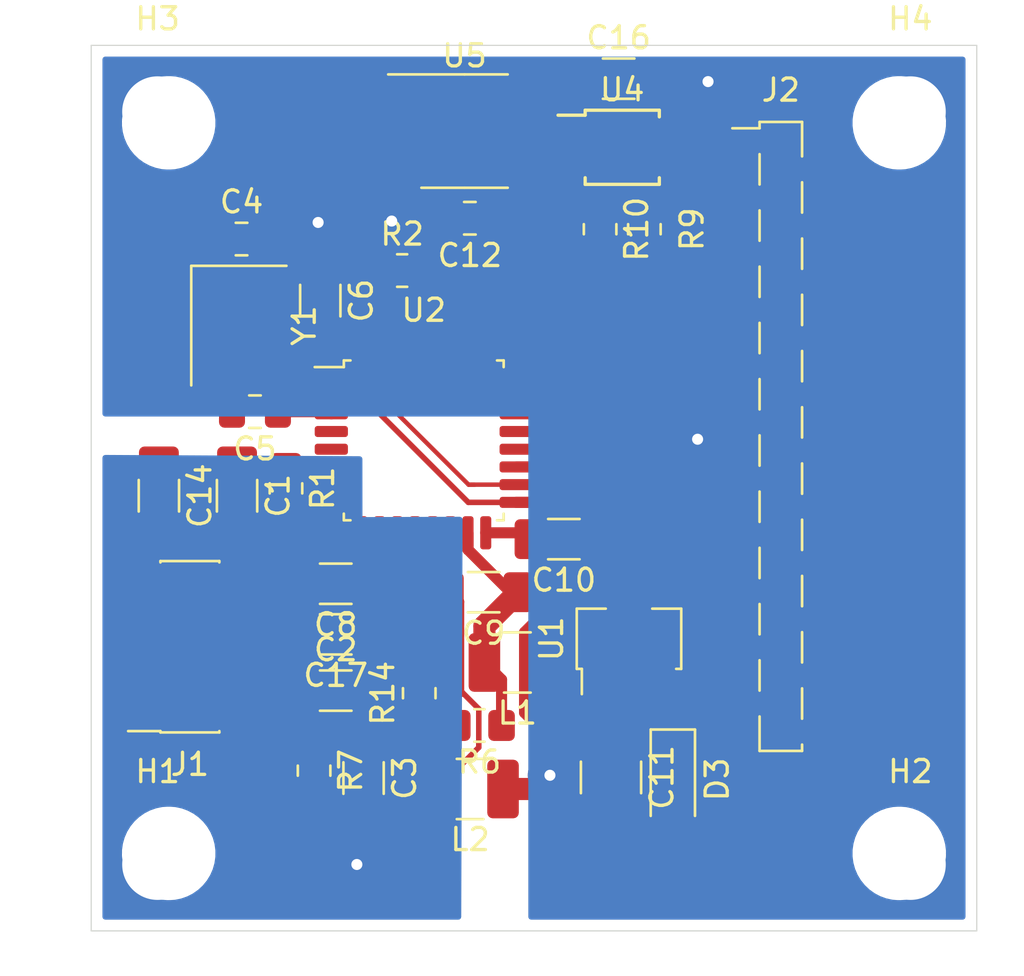
<source format=kicad_pcb>
(kicad_pcb (version 20211014) (generator pcbnew)

  (general
    (thickness 1.6)
  )

  (paper "A4")
  (layers
    (0 "F.Cu" signal)
    (31 "B.Cu" signal)
    (32 "B.Adhes" user "B.Adhesive")
    (33 "F.Adhes" user "F.Adhesive")
    (34 "B.Paste" user)
    (35 "F.Paste" user)
    (36 "B.SilkS" user "B.Silkscreen")
    (37 "F.SilkS" user "F.Silkscreen")
    (38 "B.Mask" user)
    (39 "F.Mask" user)
    (40 "Dwgs.User" user "User.Drawings")
    (41 "Cmts.User" user "User.Comments")
    (42 "Eco1.User" user "User.Eco1")
    (43 "Eco2.User" user "User.Eco2")
    (44 "Edge.Cuts" user)
    (45 "Margin" user)
    (46 "B.CrtYd" user "B.Courtyard")
    (47 "F.CrtYd" user "F.Courtyard")
    (48 "B.Fab" user)
    (49 "F.Fab" user)
  )

  (setup
    (stackup
      (layer "F.SilkS" (type "Top Silk Screen"))
      (layer "F.Paste" (type "Top Solder Paste"))
      (layer "F.Mask" (type "Top Solder Mask") (thickness 0.01))
      (layer "F.Cu" (type "copper") (thickness 0.035))
      (layer "dielectric 1" (type "core") (thickness 1.51) (material "FR4") (epsilon_r 4.5) (loss_tangent 0.02))
      (layer "B.Cu" (type "copper") (thickness 0.035))
      (layer "B.Mask" (type "Bottom Solder Mask") (thickness 0.01))
      (layer "B.Paste" (type "Bottom Solder Paste"))
      (layer "B.SilkS" (type "Bottom Silk Screen"))
      (copper_finish "None")
      (dielectric_constraints no)
    )
    (pad_to_mask_clearance 0)
    (grid_origin 110.25 76.25)
    (pcbplotparams
      (layerselection 0x00010fc_ffffffff)
      (disableapertmacros false)
      (usegerberextensions false)
      (usegerberattributes true)
      (usegerberadvancedattributes true)
      (creategerberjobfile true)
      (svguseinch false)
      (svgprecision 6)
      (excludeedgelayer true)
      (plotframeref false)
      (viasonmask false)
      (mode 1)
      (useauxorigin false)
      (hpglpennumber 1)
      (hpglpenspeed 20)
      (hpglpendiameter 15.000000)
      (dxfpolygonmode true)
      (dxfimperialunits true)
      (dxfusepcbnewfont true)
      (psnegative false)
      (psa4output false)
      (plotreference true)
      (plotvalue true)
      (plotinvisibletext false)
      (sketchpadsonfab false)
      (subtractmaskfromsilk false)
      (outputformat 1)
      (mirror false)
      (drillshape 1)
      (scaleselection 1)
      (outputdirectory "")
    )
  )

  (net 0 "")
  (net 1 "GND")
  (net 2 "Net-(C4-Pad1)")
  (net 3 "Net-(C5-Pad1)")
  (net 4 "+3V3")
  (net 5 "Net-(C8-Pad1)")
  (net 6 "Net-(C12-Pad2)")
  (net 7 "Net-(C12-Pad1)")
  (net 8 "Net-(C14-Pad1)")
  (net 9 "GNDA")
  (net 10 "+3.3VA")
  (net 11 "Net-(C17-Pad2)")
  (net 12 "unconnected-(U2-Pad4)")
  (net 13 "unconnected-(U2-Pad5)")
  (net 14 "unconnected-(U2-Pad7)")
  (net 15 "unconnected-(U4-Pad3)")
  (net 16 "unconnected-(U5-Pad1)")
  (net 17 "unconnected-(U5-Pad2)")
  (net 18 "unconnected-(U5-Pad3)")
  (net 19 "unconnected-(U5-Pad7)")
  (net 20 "Net-(C1-Pad1)")
  (net 21 "Net-(C2-Pad2)")
  (net 22 "Net-(C1-Pad2)")
  (net 23 "Net-(C2-Pad1)")
  (net 24 "Net-(C17-Pad1)")
  (net 25 "Net-(D3-Pad1)")
  (net 26 "Net-(D3-Pad2)")
  (net 27 "Net-(C8-Pad2)")
  (net 28 "Net-(J2-Pad2)")
  (net 29 "Net-(J2-Pad3)")
  (net 30 "Net-(J2-Pad4)")
  (net 31 "Net-(J2-Pad5)")
  (net 32 "Net-(J2-Pad6)")
  (net 33 "Net-(J2-Pad7)")
  (net 34 "Net-(J2-Pad8)")
  (net 35 "Net-(J2-Pad9)")
  (net 36 "Net-(J2-Pad10)")
  (net 37 "Net-(J2-Pad13)")
  (net 38 "Net-(J2-Pad14)")
  (net 39 "Net-(J2-Pad15)")
  (net 40 "Net-(J2-Pad16)")
  (net 41 "Net-(J2-Pad17)")
  (net 42 "Net-(J2-Pad18)")
  (net 43 "Net-(R2-Pad2)")
  (net 44 "Net-(J1-Pad2)")
  (net 45 "Net-(J1-Pad6)")

  (footprint "Capacitor_SMD:C_0805_2012Metric_Pad1.18x1.45mm_HandSolder" (layer "F.Cu") (at 20.0414 21.9996))

  (footprint "Capacitor_SMD:C_0805_2012Metric_Pad1.18x1.45mm_HandSolder" (layer "F.Cu") (at 20.6471 29.7974 180))

  (footprint "Capacitor_SMD:C_1206_3216Metric_Pad1.33x1.80mm_HandSolder" (layer "F.Cu") (at 23.5974 24.7813 -90))

  (footprint "Capacitor_SMD:C_1206_3216Metric_Pad1.33x1.80mm_HandSolder" (layer "F.Cu") (at 34.5995 35.5548 180))

  (footprint "Resistor_SMD:R_0805_2012Metric_Pad1.20x1.40mm_HandSolder" (layer "F.Cu") (at 23.318 46.012 -90))

  (footprint "Package_QFP:LQFP-32_7x7mm_P0.8mm" (layer "F.Cu") (at 28.271 31.0928))

  (footprint "Inductor_SMD:L_1210_3225Metric_Pad1.42x2.65mm_HandSolder" (layer "F.Cu") (at 32.4985 41.1258 180))

  (footprint "Capacitor_SMD:C_1206_3216Metric_Pad1.33x1.80mm_HandSolder" (layer "F.Cu") (at 16.3076 33.5943 -90))

  (footprint "Inductor_SMD:L_1210_3225Metric_Pad1.42x2.65mm_HandSolder" (layer "F.Cu") (at 30.3649 46.8408 180))

  (footprint "Capacitor_SMD:C_1206_3216Metric_Pad1.33x1.80mm_HandSolder" (layer "F.Cu") (at 30.9765 37.9508 180))

  (footprint "Capacitor_SMD:C_1210_3225Metric_Pad1.33x2.70mm_HandSolder" (layer "F.Cu") (at 36.7292 46.3173 -90))

  (footprint "Connector_PinSocket_1.27mm:PinSocket_2x06_P1.27mm_Vertical_SMD" (layer "F.Cu") (at 17.708 40.4146 180))

  (footprint "Capacitor_SMD:C_1206_3216Metric_Pad1.33x1.80mm_HandSolder" (layer "F.Cu") (at 24.2955 37.5698 180))

  (footprint "Diode_SMD:D_SOD-123" (layer "F.Cu") (at 39.5232 46.4048 -90))

  (footprint "Capacitor_SMD:C_1206_3216Metric_Pad1.33x1.80mm_HandSolder" (layer "F.Cu") (at 24.2955 39.8558 180))

  (footprint "Resistor_SMD:R_0805_2012Metric_Pad1.20x1.40mm_HandSolder" (layer "F.Cu") (at 30.7856 43.9706 180))

  (footprint "Resistor_SMD:R_0805_2012Metric_Pad1.20x1.40mm_HandSolder" (layer "F.Cu") (at 28.0678 42.5134 90))

  (footprint "Resistor_SMD:R_0805_2012Metric_Pad1.20x1.40mm_HandSolder" (layer "F.Cu") (at 36.237 21.5548 -90))

  (footprint "Capacitor_SMD:C_0805_2012Metric_Pad1.18x1.45mm_HandSolder" (layer "F.Cu") (at 30.3538 21.0598 180))

  (footprint "Resistor_SMD:R_0805_2012Metric_Pad1.20x1.40mm_HandSolder" (layer "F.Cu") (at 38.237 21.5548 -90))

  (footprint "Package_SO:SOIC-8_3.9x4.9mm_P1.27mm" (layer "F.Cu") (at 30.114 17.1228))

  (footprint "Package_SO:MSOP-10_3x3mm_P0.5mm" (layer "F.Cu") (at 37.237 17.8548))

  (footprint "Capacitor_SMD:C_1206_3216Metric_Pad1.33x1.80mm_HandSolder" (layer "F.Cu") (at 37.0745 14.7548))

  (footprint "Crystal:Crystal_SMD_SeikoEpson_TSX3225-4Pin_3.2x2.5mm_HandSoldering" (layer "F.Cu") (at 19.9191 25.909 -90))

  (footprint "MountingHole:MountingHole_3.2mm_M3" (layer "F.Cu") (at 50.25 16.25))

  (footprint "MountingHole:MountingHole_3.2mm_M3" (layer "F.Cu") (at 16.25 16.25))

  (footprint "MountingHole:MountingHole_3.2mm_M3" (layer "F.Cu") (at 50.25 50.25))

  (footprint "Capacitor_SMD:C_1206_3216Metric_Pad1.33x1.80mm_HandSolder" (layer "F.Cu") (at 19.8382 33.5951 -90))

  (footprint "Capacitor_SMD:C_1206_3216Metric_Pad1.33x1.80mm_HandSolder" (layer "F.Cu") (at 25.5532 46.3459 -90))

  (footprint "Resistor_SMD:R_0805_2012Metric_Pad1.20x1.40mm_HandSolder" (layer "F.Cu") (at 22.048 33.2612 -90))

  (footprint "Package_TO_SOT_SMD:SOT-89-3_Handsoldering" (layer "F.Cu") (at 37.542 40.3548 90))

  (footprint "Resistor_SMD:R_0805_2012Metric_Pad1.20x1.40mm_HandSolder" (layer "F.Cu") (at 27.2964 23.422))

  (footprint "MountingHole:MountingHole_3.2mm_M3" (layer "F.Cu") (at 16.25 50.25))

  (footprint "Capacitor_SMD:C_1206_3216Metric_Pad1.33x1.80mm_HandSolder" (layer "F.Cu") (at 24.2955 42.3958))

  (footprint "Connector_PinSocket_1.27mm:PinSocket_1x22_P1.27mm_Vertical_SMD_Pin1Left" (layer "F.Cu") (at 44.4 30.915))

  (gr_line (start 53.25 53.25) (end 13.25 53.25) (layer "Edge.Cuts") (width 0.05) (tstamp 165f4d8d-26a9-4cf2-a8d6-9936cd983be4))
  (gr_line (start 53.25 13.25) (end 53.25 53.25) (layer "Edge.Cuts") (width 0.05) (tstamp 7008b598-81b0-48d4-bf7e-761a5556dc54))
  (gr_line (start 13.25 53.25) (end 13.25 13.25) (layer "Edge.Cuts") (width 0.05) (tstamp 92a23ed4-a5ea-4cea-bc33-0a83191a0d32))
  (gr_line (start 53.25 13.25) (end 13.25 13.25) (layer "Edge.Cuts") (width 0.05) (tstamp d51ca788-433c-462b-af29-64a6c2e3da94))

  (segment (start 23.5974 23.2188) (end 23.5974 21.136) (width 0.5) (layer "F.Cu") (net 1) (tstamp 00d2c618-4292-4f2f-991b-ba7c659af83f))
  (segment (start 31.8524 46.8408) (end 33.351 46.8408) (width 1) (layer "F.Cu") (net 1) (tstamp 0488a16d-b1a2-481a-a027-9b5ab90c3f00))
  (segment (start 41.3012 15.8312) (end 43.05 17.58) (width 1) (layer "F.Cu") (net 1) (tstamp 0492ac92-952e-4528-a437-657ce80c4bf2))
  (segment (start 41.3012 14.8876) (end 41.1124 14.8876) (width 1) (layer "F.Cu") (net 1) (tstamp 07edb938-b33c-46e3-8454-8e1cd4282875))
  (segment (start 38.637 16.155778) (end 38.442978 16.3498) (width 0.5) (layer "F.Cu") (net 1) (tstamp 0ac0672b-4ab3-4db9-a4e8-a9989dc612dc))
  (segment (start 43.05 43.677022) (end 40.546622 46.1804) (width 1) (layer "F.Cu") (net 1) (tstamp 0dc620af-c922-4d50-abbb-a48fc0eddb6b))
  (segment (start 26.2964 25.140637) (end 26.2964 23.422) (width 0.5) (layer "F.Cu") (net 1) (tstamp 147e001d-a395-44ab-af57-3f5389067c94))
  (segment (start 17.519589 21.682141) (end 18.37665 20.82508) (width 0.5) (layer "F.Cu") (net 1) (tstamp 1bf4f8db-568a-4c7c-a9b7-7f94ba0e2ec1))
  (segment (start 43.05 42.98) (end 43.05 43.677022) (width 1) (layer "F.Cu") (net 1) (tstamp 1cd31147-141a-4208-877f-1fc358e9bf62))
  (segment (start 33.037 35.5548) (end 33.65102 36.16882) (width 0.5) (layer "F.Cu") (net 1) (tstamp 1d11ff4c-5334-447e-9219-a0ae37faedf6))
  (segment (start 40.6408 31.042) (end 42.6982 31.042) (width 1) (layer "F.Cu") (net 1) (tstamp 1e9a0ce0-ff56-4faf-98aa-f459ef97db19))
  (segment (start 32.82398 43.39278) (end 34.0114 44.5802) (width 0.5) (layer "F.Cu") (net 1) (tstamp 27b256ed-59f6-46c1-adc1-193d87e6f685))
  (segment (start 32.82398 39.76105) (end 32.82398 43.39278) (width 0.5) (layer "F.Cu") (net 1) (tstamp 28fa868a-3438-4edc-9924-85b7f20d11b9))
  (segment (start 33.9709 46.2209) (end 34.0114 46.1804) (width 1) (layer "F.Cu") (net 1) (tstamp 2bfe76ff-8bd6-45f0-ac09-ed4154fb303d))
  (segment (start 33.65102 38.93401) (end 32.82398 39.76105) (width 0.5) (layer "F.Cu") (net 1) (tstamp 2df1d466-859e-4576-b143-6543b4dcc7fc))
  (segment (start 25.7056 19.0278) (end 27.639 19.0278) (width 0.5) (layer "F.Cu") (net 1) (tstamp 37c4e041-12e2-4b94-9300-3a64f46e29e4))
  (segment (start 41.3012 14.8876) (end 41.3012 15.8312) (width 1) (layer "F.Cu") (net 1) (tstamp 3da816bc-d72a-4129-9fb2-3ba9894780bf))
  (segment (start 33.351 46.8408) (end 33.9709 46.2209) (width 1) (layer "F.Cu") (net 1) (tstamp 44efc32a-ba89-4e54-81ea-3990ff672f7b))
  (segment (start 38.442978 16.3498) (end 38.412489 16.380289) (width 0.25) (layer "F.Cu") (net 1) (tstamp 4606e9df-3519-42e8-84a8-b29b9720bbf2))
  (segment (start 21.0066 24.459) (end 21.0066 22.0719) (width 0.5) (layer "F.Cu") (net 1) (tstamp 49c3cad7-e302-4e97-a5c0-ae9e29388b45))
  (segment (start 21.0789 21.9996) (end 22.7338 21.9996) (width 0.5) (layer "F.Cu") (net 1) (tstamp 4a5c8190-a2eb-4dc1-93af-e3717bf146f1))
  (segment (start 25.471 26.9178) (end 25.471 25.966037) (width 0.5) (layer "F.Cu") (net 1) (tstamp 4d103589-cce0-4fa4-b9fd-0266667ba5e7))
  (segment (start 44.48 42.98) (end 45.75 41.71) (width 1) (layer "F.Cu") (net 1) (tstamp 4fc19362-ead1-43c9-864e-c345502a3d15))
  (segment (start 21.0066 22.0719) (end 21.0789 21.9996) (width 0.5) (layer "F.Cu") (net 1) (tstamp 5174b154-adba-44df-b442-e99b34ac189f))
  (segment (start 32.75 35.2678) (end 33.037 35.5548) (width 0.5) (layer "F.Cu") (net 1) (tstamp 66d9bace-f3cf-4a95-b3af-7de36e53d8a0))
  (segment (start 26.2964 21.7136) (end 26.8232 21.1868) (width 0.5) (layer "F.Cu") (net 1) (tstamp 66e8d350-6bd7-486c-a5dd-38aa922ba720))
  (segment (start 31.071 35.2678) (end 32.75 35.2678) (width 0.5) (layer "F.Cu") (net 1) (tstamp 6b935ef5-ce74-45ab-a587-7af853653621))
  (segment (start 25.471 25.966037) (end 26.2964 25.140637) (width 0.5) (layer "F.Cu") (net 1) (tstamp 6c70cc99-32e0-458a-a6cd-6b4751689094))
  (segment (start 33.65102 36.16882) (end 33.65102 38.93401) (width 0.5) (layer "F.Cu") (net 1) (tstamp 6cf03d9f-c9be-4191-828a-92c738797412))
  (segment (start 18.8316 27.359) (end 18.8316 29.0194) (width 0.5) (layer "F.Cu") (net 1) (tstamp 6dcf25bf-9dfa-47cb-a4fc-696b3ddeece8))
  (segment (start 34.0114 44.5802) (end 34.0114 46.1804) (width 0.5) (layer "F.Cu") (net 1) (tstamp 7d96d093-c667-4b56-bd73-cc24d39bfa58))
  (segment (start 42.6982 31.042) (end 43.05 30.6902) (width 1) (layer "F.Cu") (net 1) (tstamp 8f5dcfd1-ee73-4b4a-8a82-bfccdab6b620))
  (segment (start 38.437978 17.8548) (end 39.437 17.8548) (width 0.25) (layer "F.Cu") (net 1) (tstamp 996308a4-8c2c-4430-b737-9d9ad396fa27))
  (segment (start 43.05 30.6902) (end 43.05 30.455009) (width 1) (layer "F.Cu") (net 1) (tstamp 9fc70c29-6e40-46a1-a655-7756e75cc322))
  (segment (start 18.8316 29.0194) (end 19.6096 29.7974) (width 0.5) (layer "F.Cu") (net 1) (tstamp aa3b32f6-372a-473e-a080-cb8f134aaeff))
  (segment (start 38.412489 16.380289) (end 38.412489 17.829311) (width 0.25) (layer "F.Cu") (net 1) (tstamp b9e3a516-6778-414c-918d-583f114cbe6c))
  (segment (start 35.7108 47.8798) (end 34.0114 46.1804) (width 1) (layer "F.Cu") (net 1) (tstamp be9a8780-7a6e-4e47-a28d-1ce1396c383a))
  (segment (start 38.7698 14.8876) (end 38.637 14.7548) (width 1) (layer "F.Cu") (net 1) (tstamp c43011ff-1f0e-4549-b382-ef477409d4fa))
  (segment (start 17.519589 26.046989) (end 17.519589 21.682141) (width 0.5) (layer "F.Cu") (net 1) (tstamp c59536d4-848d-456b-a537-7a9d2378dfb9))
  (segment (start 43.05 42.98) (end 44.48 42.98) (width 1) (layer "F.Cu") (net 1) (tstamp c9789b4c-cc81-459b-b9d0-f302a21ecbc2))
  (segment (start 26.2964 23.422) (end 26.2964 21.7136) (width 0.5) (layer "F.Cu") (net 1) (tstamp cea2dc83-9c96-4ebc-89dd-2eb3c6899f2b))
  (segment (start 36.7292 47.8798) (end 35.7108 47.8798) (width 1) (layer "F.Cu") (net 1) (tstamp d0df4110-dd02-4909-9203-30c76f427fd3))
  (segment (start 18.37665 20.82508) (end 19.90438 20.82508) (width 0.5) (layer "F.Cu") (net 1) (tstamp d2432d19-a86f-48d5-926d-7557431f2893))
  (segment (start 23.5974 21.136) (end 25.7056 19.0278) (width 0.5) (layer "F.Cu") (net 1) (tstamp d9eb8dea-e065-466e-b8f3-cc73f246e68d))
  (segment (start 22.7338 21.9996) (end 23.5974 21.136) (width 0.5) (layer "F.Cu") (net 1) (tstamp dee79fa6-e925-4518-b626-ca6a6ef9eb7c))
  (segment (start 41.1124 14.8876) (end 38.7698 14.8876) (width 1) (layer "F.Cu") (net 1) (tstamp e252c7ca-4462-494a-9c1b-cba2928f3442))
  (segment (start 34.0114 44.5354) (end 34.0114 46.1804) (width 1) (layer "F.Cu") (net 1) (tstamp e7c309a5-0150-4915-b087-b0b9140f3c34))
  (segment (start 36.042 42.5048) (end 34.0114 44.5354) (width 1) (layer "F.Cu") (net 1) (tstamp e878f44d-f3c4-412a-836b-8a1b80685af8))
  (segment (start 40.546622 46.1804) (end 34.0114 46.1804) (width 1) (layer "F.Cu") (net 1) (tstamp e8ce4ede-a431-460e-919c-50b28c3b98fd))
  (segment (start 38.412489 17.829311) (end 38.437978 17.8548) (width 0.25) (layer "F.Cu") (net 1) (tstamp f2dc4140-e59a-4983-8c9a-382268db62db))
  (segment (start 19.90438 20.82508) (end 21.0789 21.9996) (width 0.5) (layer "F.Cu") (net 1) (tstamp f9cad086-0883-449a-8cf7-36954bfe38e2))
  (segment (start 38.637 14.7548) (end 38.637 16.155778) (width 0.5) (layer "F.Cu") (net 1) (tstamp fa352e6b-f680-4992-b0af-9889daf5714c))
  (segment (start 18.8316 27.359) (end 17.519589 26.046989) (width 0.5) (layer "F.Cu") (net 1) (tstamp fe53ff00-fe66-4b50-8de1-6fad519d44a1))
  (via (at 41.1124 14.8876) (size 2) (drill 0.5) (layers "F.Cu" "B.Cu") (net 1) (tstamp 298fcb36-9ecc-429c-be46-fcc582943988))
  (via (at 40.6408 31.042) (size 2) (drill 0.5) (layers "F.Cu" "B.Cu") (net 1) (tstamp 39f2ad69-3ca1-48d4-b781-0b715269bf2a))
  (via (at 33.9709 46.2209) (size 2) (drill 0.5) (layers "F.Cu" "B.Cu") (net 1) (tstamp 43e861a3-9d0b-4b1d-9301-3668b6a64aa9))
  (via (at 26.8232 21.1868) (size 2) (drill 0.5) (layers "F.Cu" "B.Cu") (net 1) (tstamp af0cb63d-075f-4ad8-8d6f-edef761b53e7))
  (via (at 23.5 21.25) (size 2) (drill 0.5) (layers "F.Cu" "B.Cu") (free) (net 1) (tstamp d44b7d2f-cb0e-44d7-b540-08854f08275e))
  (segment (start 18.8316 24.845522) (end 18.8316 24.459) (width 0.25) (layer "F.Cu") (net 2) (tstamp 057ebf0b-ea35-4870-9efe-7ee1dcf6ac90))
  (segment (start 19.0039 21.9996) (end 19.0039 24.2867) (width 0.5) (layer "F.Cu") (net 2) (tstamp 07ef6eaf-11d5-4bb3-bb6c-31e6f4b5325c))
  (segment (start 19.0039 24.2867) (end 18.8316 24.459) (width 0.5) (layer "F.Cu") (net 2) (tstamp 46dba048-a870-4045-8428-bebbab7efe62))
  (segment (start 22.193611 25.833511) (end 19.819589 25.833511) (width 0.25) (layer "F.Cu") (net 2) (tstamp 80c48c86-83dd-49bc-96f4-2418cb2629fa))
  (segment (start 24.096 29.0928) (end 23.510283 29.0928) (width 0.25) (layer "F.Cu") (net 2) (tstamp 8e11b39b-3d8c-4ced-b493-db7cef237aa9))
  (segment (start 19.819589 25.833511) (end 18.8316 24.845522) (width 0.25) (layer "F.Cu") (net 2) (tstamp c4361b52-7941-4891-9f72-82469bb4dfda))
  (segment (start 23.510283 29.0928) (end 22.193611 27.776128) (width 0.25) (layer "F.Cu") (net 2) (tstamp f7d54995-1c76-4961-8caa-a4c02a716a5f))
  (segment (start 22.193611 27.776128) (end 22.193611 25.833511) (width 0.25) (layer "F.Cu") (net 2) (tstamp fcef49b7-6dd2-477a-9bfa-7132815b7457))
  (segment (start 24.0006 29.7974) (end 24.096 29.8928) (width 0.5) (layer "F.Cu") (net 3) (tstamp 024a0d7d-43c4-416b-8a5b-e1618b4f335f))
  (segment (start 21.0066 27.359) (end 21.0066 29.1194) (width 0.5) (layer "F.Cu") (net 3) (tstamp 54e05b39-d2df-43fc-a478-d972a5b4786c))
  (segment (start 21.0066 29.1194) (end 21.6846 29.7974) (width 0.5) (layer "F.Cu") (net 3) (tstamp 9b2f0ece-462f-45a7-a936-adf52dc548c2))
  (segment (start 21.6846 29.7974) (end 24.0006 29.7974) (width 0.5) (layer "F.Cu") (net 3) (tstamp d2223c9d-6b6b-43d3-b88b-0437772be5dc))
  (segment (start 34.075511 40.655289) (end 37.191511 40.655289) (width 1) (layer "F.Cu") (net 4) (tstamp 03e1c348-a252-49ce-b0f3-aebab39b7732))
  (segment (start 23.5974 27.7942) (end 24.096 28.2928) (width 0.5) (layer "F.Cu") (net 4) (tstamp 057fcaf3-edc9-4fff-97d8-16886360d43f))
  (segment (start 41.210489 22.010489) (end 39.7548 20.5548) (width 0.25) (layer "F.Cu") (net 4) (tstamp 264c66e4-a5c1-4a45-b1e3-eaf9d56ca451))
  (segment (start 24.096 28.2928) (end 24.682412 28.2928) (width 0.25) (layer "F.Cu") (net 4) (tstamp 2ba25c40-ea42-478e-9150-1d94fa1c8ae9))
  (segment (start 34.5 33.8928) (end 36.162 35.5548) (width 0.25) (layer "F.Cu") (net 4) (tstamp 303645b5-0595-4359-bc0c-fa2e355b9b37))
  (segment (start 33.4 15.2178) (end 35.037 16.8548) (width 0.25) (layer "F.Cu") (net 4) (tstamp 319555c6-32ea-434b-aeb8-0e8179151869))
  (segment (start 37.237 20.5548) (end 38.237 20.5548) (width 0.5) (layer "F.Cu") (net 4) (tstamp 50beddd7-c5f1-4b90-9fb0-bbd378e5f759))
  (segment (start 37.237 18.653822) (end 37.536022 18.3548) (width 0.5) (layer "F.Cu") (net 4) (tstamp 59765b80-ff94-494d-b367-ecd665412d48))
  (segment (start 30.282412 33.8928) (end 32.446 33.8928) (width 0.25) (layer "F.Cu") (net 4) (tstamp 5a33f5a4-a470-4c04-9e2d-532b5f01a5d6))
  (segment (start 37.191511 40.655289) (end 37.542 41.005778) (width 1) (layer "F.Cu") (net 4) (tstamp 5b695b0b-89eb-415a-8a63-b3fc83206e00))
  (segment (start 46.354022 40.44) (end 43.05 40.44) (width 0.25) (layer "F.Cu") (net 4) (tstamp 5e06de4d-5811-4f01-8126-85b1686ff425))
  (segment (start 37.542 36.9348) (end 36.162 35.5548) (width 1) (layer "F.Cu") (net 4) (tstamp 619071aa-0abe-42df-bba5-d55a5c1a4d5a))
  (segment (start 36.237 20.5548) (end 37.237 20.5548) (width 0.5) (layer "F.Cu") (net 4) (tstamp 6199d9c1-90b3-43ac-aba6-2df0bf1ab566))
  (segment (start 37.542 42.4173) (end 37.542 36.9348) (width 1) (layer "F.Cu") (net 4) (tstamp 62905531-e4c9-49a3-ab44-d00e96f2ca58))
  (segment (start 47.424031 29.845708) (end 47.424031 23.094292) (width 0.25) (layer "F.Cu") (net 4) (tstamp 71179cf4-8d5e-4561-af7d-630c84b87965))
  (segment (start 45.75 31.519739) (end 47.424031 29.845708) (width 0.25) (layer "F.Cu") (net 4) (tstamp 7326d5d8-6680-4437-8840-9e975f639d91))
  (segment (start 47.424031 23.094292) (end 46.540219 22.21048) (width 0.25) (layer "F.Cu") (net 4) (tstamp 7d69c0cf-844a-40ed-898b-c4424649c944))
  (segment (start 44.274511 22.010489) (end 41.210489 22.010489) (width 0.25) (layer "F.Cu") (net 4) (tstamp 7e72a0f5-6df7-415d-9fb1-19f7b88607c6))
  (segment (start 39.437 18.3548) (end 37.637 18.3548) (width 0.25) (layer "F.Cu") (net 4) (tstamp 804afb51-5a04-45b0-a137-c54a09504f54))
  (segment (start 35.512 16.280289) (end 35.037 16.755289) (width 0.5) (layer "F.Cu") (net 4) (tstamp 88280123-54fa-46b3-a789-ba6d0fcb544d))
  (segment (start 44.474502 22.21048) (end 44.274511 22.010489) (width 0.25) (layer "F.Cu") (net 4) (tstamp 8f6f1274-96bb-42be-83e6-dd8e1931a22e))
  (segment (start 37.542 43.6118) (end 37.542 42.4173) (width 1) (layer "F.Cu") (net 4) (tstamp 97366498-0dda-4ea1-b415-2ac530c4f15f))
  (segment (start 39.7548 20.5548) (end 38.237 20.5548) (width 0.25) (layer "F.Cu") (net 4) (tstamp 99a08388-14f6-4756-a17b-bde536513395))
  (segment (start 37.542 42.4173) (end 37.542 41.005778) (width 1) (layer "F.Cu") (net 4) (tstamp 9af4de66-a4db-411a-a99c-c67ccd06528a))
  (segment (start 46.974511 32.774511) (end 46.974511 39.819511) (width 0.25) (layer "F.Cu") (net 4) (tstamp a2b655f8-d5cf-4ef4-ba08-3b39b3bb945e))
  (segment (start 46.540219 22.21048) (end 44.474502 22.21048) (width 0.25) (layer "F.Cu") (net 4) (tstamp ab899d7d-738a-4592-b820-db5e7079c3f7))
  (segment (start 24.682412 28.2928) (end 30.282412 33.8928) (width 0.25) (layer "F.Cu") (net 4) (tstamp acb6c3f3-e677-4f35-9fc2-138ba10f33af))
  (segment (start 37.237 20.5548) (end 37.237 18.653822) (width 0.5) (layer "F.Cu") (net 4) (tstamp aef8d163-62ee-4fdb-856d-aae8fca452fb))
  (segment (start 35.512 14.7548) (end 35.512 16.280289) (width 0.5) (layer "F.Cu") (net 4) (tstamp afd506d7-edfe-49a2-a48a-2d19bf8e686d))
  (segment (start 37.536022 18.3548) (end 36.036022 16.8548) (width 0.25) (layer "F.Cu") (net 4) (tstamp b10a9f8e-4d37-49e3-bac3-1deccafc7947))
  (segment (start 24.072354 28.2928) (end 24.096 28.2928) (width 0.25) (layer "F.Cu") (net 4) (tstamp b7ac5cea-ed28-4028-87d0-45e58c709cf1))
  (segment (start 32.589 15.2178) (end 33.4 15.2178) (width 0.25) (layer "F.Cu") (net 4) (tstamp ba843630-d8c3-48ec-9eae-20d884914988))
  (segment (start 45.75 31.55) (end 45.75 31.519739) (width 0.25) (layer "F.Cu") (net 4) (tstamp cfdfe69e-090a-4e72-a7c3-48d3c4f181b7))
  (segment (start 37.637 18.3548) (end 37.536022 18.3548) (width 0.25) (layer "F.Cu") (net 4) (tstamp d31e3625-6939-4d3f-96ef-54261ce570c0))
  (segment (start 32.446 33.8928) (end 34.5 33.8928) (width 0.25) (layer "F.Cu") (net 4) (tstamp d4ab4d52-91a2-4bd6-b99c-6a29304c4a20))
  (segment (start 38.107778 40.44) (end 43.05 40.44) (width 1) (layer "F.Cu") (net 4) (tstamp e29fbd41-23d7-49ea-bb95-609e3ee10525))
  (segment (start 32.446 33.8928) (end 33.175 33.8928) (width 0.5) (layer "F.Cu") (net 4) (tstamp e4504518-96e7-4c9e-8457-7273f5a490f1))
  (segment (start 46.974511 39.819511) (end 46.354022 40.44) (width 0.25) (layer "F.Cu") (net 4) (tstamp e577fdcc-c176-4b4b-a228-e30f5b47f147))
  (segment (start 36.036022 16.8548) (end 35.037 16.8548) (width 0.25) (layer "F.Cu") (net 4) (tstamp e6f7a5aa-ccfa-400a-b766-64419bf40a04))
  (segment (start 37.542 41.005778) (end 38.107778 40.44) (width 1) (layer "F.Cu") (net 4) (tstamp f71ffbfe-7487-46f7-9787-7603011b3ed0))
  (segment (start 45.75 31.55) (end 46.974511 32.774511) (width 0.25) (layer "F.Cu") (net 4) (tstamp f88ca3ef-6527-4f53-9f42-31174131de4b))
  (segment (start 23.5974 26.3438) (end 23.5974 27.7942) (width 0.5) (layer "F.Cu") (net 4) (tstamp f8c32f63-d64e-4208-a10b-0a88cfa95c5a))
  (segment (start 25.471 37.1828) (end 25.858 37.5698) (width 0.25) (layer "F.Cu") (net 5) (tstamp 838a172c-bb1c-48d2-b588-400bcd519156))
  (segment (start 25.471 35.2678) (end 25.471 37.1828) (width 0.25) (layer "F.Cu") (net 5) (tstamp f0befc78-51e7-4047-ae28-c6c50777732c))
  (segment (start 24.8928 25.767099) (end 25.39688 25.263019) (width 0.2) (layer "F.Cu") (net 6) (tstamp 0542a6ad-b5b5-4cf1-b718-492a811231d2))
  (segment (start 25.39688 25.263019) (end 25.39688 20.775333) (width 0.2) (layer "F.Cu") (net 6) (tstamp 1ccbb9bd-22be-47e0-9ce0-7a23df6d5029))
  (segment (start 30.294944 33.0928) (end 32.446 33.0928) (width 0.2) (layer "F.Cu") (net 6) (tstamp 3f1ab70d-3263-42b5-9c61-0360188ff2b7))
  (segment (start 28.143789 19.887289) (end 29.3163 21.0598) (width 0.2) (layer "F.Cu") (net 6) (tstamp 643b70d1-027d-4487-8827-8d9ba0201549))
  (segment (start 25.39688 20.775333) (end 26.284924 19.887289) (width 0.2) (layer "F.Cu") (net 6) (tstamp b416dd6b-8a69-4dc7-9b7c-1fa24efffabf))
  (segment (start 26.284924 19.887289) (end 28.143789 19.887289) (width 0.2) (layer "F.Cu") (net 6) (tstamp b8ce5c5b-8a1d-4ab2-bfc4-3ef6323479cf))
  (segment (start 24.8928 27.7146) (end 24.8928 25.767099) (width 0.2) (layer "F.Cu") (net 6) (tstamp df152a18-e3ae-49e5-867e-3c512252f8ec))
  (segment (start 30.575 33.0928) (end 30.295639 33.0928) (width 0.2) (layer "F.Cu") (net 6) (tstamp ebe750df-c8bb-4e19-b572-16ca7010dab6))
  (segment (start 30.295639 33.0928) (end 24.8928 27.7146) (width 0.2) (layer "F.Cu") (net 6) (tstamp fd3e7328-638a-40d0-ad18-b3901c7157fc))
  (segment (start 33.805978 17.1228) (end 31.577928 17.1228) (width 0.25) (layer "F.Cu") (net 7) (tstamp 00167bd5-fe31-4707-b2bb-828015b21f3c))
  (segment (start 35.037 17.3548) (end 34.037978 17.3548) (width 0.25) (layer "F.Cu") (net 7) (tstamp 4996b981-3f6e-4612-8ae5-9e7ed48861a4))
  (segment (start 31.28948 20.95798) (end 31.3913 21.0598) (width 0.25) (layer "F.Cu") (net 7) (tstamp 51c55965-9a15-4f77-b83d-0ff9f80d145a))
  (segment (start 34.037978 17.3548) (end 33.805978 17.1228) (width 0.25) (layer "F.Cu") (net 7) (tstamp 5c848c4c-fb95-4c33-8ec3-d06c1e3e15b6))
  (segment (start 31.28948 17.411248) (end 31.28948 20.95798) (width 0.25) (layer "F.Cu") (net 7) (tstamp 6b897f23-a84a-49af-81ce-e269eacc010a))
  (segment (start 31.577928 17.1228) (end 31.28948 17.411248) (width 0.25) (layer "F.Cu") (net 7) (tstamp a851d25f-01c6-441d-97fa-3648e8a98958))
  (segment (start 26.7978 44.7834) (end 28.0678 43.5134) (width 0.5) (layer "F.Cu") (net 8) (tstamp 04030193-b12e-4622-9e23-7ec97c577f5f))
  (segment (start 25.3246 45.012) (end 25.5532 44.7834) (width 0.5) (layer "F.Cu") (net 8) (tstamp 06953621-c037-4911-9588-e2b6b1c4b13d))
  (segment (start 28.525 43.9706) (end 28.0678 43.5134) (width 0.5) (layer "F.Cu") (net 8) (tstamp 2f46b05c-063a-4c15-908f-2a36d793bfee))
  (segment (start 16.3076 32.0318) (end 18.1686 33.8928) (width 0.5) (layer "F.Cu") (net 8) (tstamp 3de2f8e7-1970-4a7b-8161-8a21b07835b7))
  (segment (start 24.09 33.8868) (end 24.096 33.8928) (width 0.5) (layer "F.Cu") (net 8) (tstamp 4b471778-f61d-4b9d-a507-3d4f82ec4b7c))
  (segment (start 19.05123 33.8928) (end 17.984 34.96003) (width 0.5) (layer "F.Cu") (net 8) (tstamp 5534375a-8dfd-4b8a-854d-9a6b30a06f06))
  (segment (start 18.1686 33.8928) (end 19.05123 33.8928) (width 0.5) (layer "F.Cu") (net 8) (tstamp 557df7a8-5617-449c-bf4b-2c1a0fb7c954))
  (segment (start 23.318 45.012) (end 25.3246 45.012) (width 0.5) (layer "F.Cu") (net 8) (tstamp 5c942398-6218-49e4-aa43-940f22ccdf98))
  (segment (start 17.984 44.7834) (end 18.2634 45.0628) (width 0.5) (layer "F.Cu") (net 8) (tstamp 649a4767-515f-4bf4-acd7-506c8b1bf3e7))
  (segment (start 25.5532 44.7834) (end 26.7978 44.7834) (width 0.5) (layer "F.Cu") (net 8) (tstamp 71e94c68-bd86-4e34-8e82-0ba0d5d06ca1))
  (segment (start 21.832 33.8928) (end 22.048 34.1088) (width 0.5) (layer "F.Cu") (net 8) (tstamp 902973ae-46fb-473a-99f4-fd3a2318e24b))
  (segment (start 19.05123 33.8928) (end 21.832 33.8928) (width 0.5) (layer "F.Cu") (net 8) (tstamp ac169ebc-e3e2-4d8e-b7cd-7456019ebb2a))
  (segment (start 22.175 33.8928) (end 24.096 33.8928) (width 0.5) (layer "F.Cu") (net 8) (tstamp be5bbcc0-5b09-43de-a42f-297f80f602a5))
  (segment (start 17.984 34.96003) (end 17.984 44.7834) (width 0.5) (layer "F.Cu") (net 8) (tstamp d029a4b1-59fd-4c16-8fb1-701b09bf92cb))
  (segment (start 23.2672 45.0628) (end 23.318 45.012) (width 0.5) (layer "F.Cu") (net 8) (tstamp d0722ca9-138d-45c3-a8e3-73407c3e7c68))
  (segment (start 29.7856 43.9706) (end 28.525 43.9706) (width 0.5) (layer "F.Cu") (net 8) (tstamp d7b18156-47ef-4b4c-8c9a-2a34281d7652))
  (segment (start 18.2634 45.0628) (end 23.2672 45.0628) (width 0.5) (layer "F.Cu") (net 8) (tstamp ded45a2e-7a32-4aef-aa30-3d6a87eedf30))
  (segment (start 22.037 34.0308) (end 22.175 33.8928) (width 0.25) (layer "F.Cu") (net 8) (tstamp f8621ac5-1e7e-4e87-8c69-5fd403df9470))
  (segment (start 17.870096 46.01232) (end 20.01232 46.01232) (width 1) (layer "F.Cu") (net 9) (tstamp 0b158033-765c-4ad4-8956-7b22dea4ac2f))
  (segment (start 15.908 37.2396) (end 15.908 35.5564) (width 0.5) (layer "F.Cu") (net 9) (tstamp 0d354f02-c916-4eb7-8ac9-f72b77e4f81e))
  (segment (start 15.908 43.5896) (end 15.908 37.2396) (width 1) (layer "F.Cu") (net 9) (tstamp 10934c9d-7a7c-47f5-94e7-be4bcda7baf3))
  (segment (start 25.25 49.25) (end 24.43028 48.43028) (width 1) (layer "F.Cu") (net 9) (tstamp 13a30e65-598b-43ba-be4a-e6b8a65f8005))
  (segment (start 24.43028 48.43028) (end 23.38348 48.43028) (width 1) (layer "F.Cu") (net 9) (tstamp 1f75a33e-9a52-4198-b99e-94b313520d38))
  (segment (start 23.318 47.012) (end 23.318 48.3648) (width 0.5) (layer "F.Cu") (net 9) (tstamp 342ab11d-d8e9-43b1-8f0a-f5621b5989fd))
  (segment (start 30.757 44.9612) (end 30.757 43.221793) (width 0.25) (layer "F.Cu") (net 9) (tstamp 3464b81d-a882-4874-8f78-ea55975f1ac4))
  (segment (start 15.908 44.050224) (end 17.870096 46.01232) (width 1) (layer "F.Cu") (net 9) (tstamp 371f8c94-3433-4ee6-ae6a-54b6b226f837))
  (segment (start 26.62752 48.43028) (end 24.43028 48.43028) (width 1) (layer "F.Cu") (net 9) (tstamp 3b61d10a-92b4-4aa3-a752-26f29ff8dc91))
  (segment (start 25.25 50.25) (end 25.25 49.25) (width 1) (layer "F.Cu") (net 9) (tstamp 52716c80-d7c0-4483-8d54-2a5b98828cbc))
  (segment (start 15.908 43.5896) (end 15.908 44.050224) (width 1) (layer "F.Cu") (net 9) (tstamp 61ee6fa0-6a62-4c9c-a42b-9cd39152c2a9))
  (segment (start 29.414 38.0778) (end 29.414 35.3248) (width 0.5) (layer "F.Cu") (net 9) (tstamp 7244c532-a541-4af8-9581-aa5e1bbbddb1))
  (segment (start 30.757 43.221793) (end 30.025757 42.49055) (width 0.25) (layer "F.Cu") (net 9) (tstamp 910ae169-59cd-4e9a-be95-98c6df7108b3))
  (segment (start 20.01232 46.01232) (end 22.36748 48.36748) (width 1) (layer "F.Cu") (net 9) (tstamp 920eaeb7-5adc-49e8-bd4d-4c4f0950dbf9))
  (segment (start 30.025757 42.49055) (end 29.84898 42.49055) (width 0.25) (layer "F.Cu") (net 9) (tstamp a517f439-4635-4d8f-953f-263835163c0d))
  (segment (start 15.908 35.5564) (end 16.3076 35.1568) (width 0.5) (layer "F.Cu") (net 9) (tstamp b3f74814-d907-47bc-b3a2-45e522d6f8dc))
  (segment (start 29.84898 38.38578) (end 29.84898 42.49055) (width 0.5) (layer "F.Cu") (net 9) (tstamp b77489eb-156f-4732-bd2b-c91d6002e553))
  (segment (start 29.300344 48.43028) (end 26.77398 48.43028) (width 1) (layer "F.Cu") (net 9) (tstamp b8a109c3-a8b7-4441-bc18-cd9400036788))
  (segment (start 23.38348 48.43028) (end 22.36748 48.43028) (width 1) (layer "F.Cu") (net 9) (tstamp c0cc38a1-d863-42a5-b01e-42f5cbc1cf3b))
  (segment (start 28.8774 46.8408) (end 30.757 44.9612) (width 0.25) (layer "F.Cu") (net 9) (tstamp c9ce1b61-4547-4951-ae37-bf8febbebb98))
  (segment (start 29.414 35.3248) (end 29.471 35.2678) (width 0.5) (layer "F.Cu") (net 9) (tstamp ed3df290-5ec7-4b4d-8496-dc515766a78f))
  (segment (start 29.414 37.9508) (end 29.84898 38.38578) (width 0.5) (layer "F.Cu") (net 9) (tstamp fd88d821-2268-4eed-889f-ce59f7d849ac))
  (via (at 25.25 50.25) (size 2) (drill 0.5) (layers "F.Cu" "B.Cu") (net 9) (tstamp 983ee56b-bc19-4273-93fc-c6667e27c699))
  (segment (start 31.7856 41.9004) (end 31.011 41.1258) (width 0.5) (layer "F.Cu") (net 10) (tstamp 41198565-7bae-465b-9ec6-eaff512420ff))
  (segment (start 30.271 35.2678) (end 30.271 36.030293) (width 0.5) (layer "F.Cu") (net 10) (tstamp 439b13dd-704b-40fa-84d9-f9f6fcd81c8d))
  (segment (start 30.271 36.030988) (end 30.271 35.2678) (width 0.5) (layer "F.Cu") (net 10) (tstamp 4688ff87-8262-46f4-ad96-b5f4e529cfa9))
  (segment (start 30.271 36.030293) (end 32.318507 38.0778) (width 0.5) (layer "F.Cu") (net 10) (tstamp 584d23b9-9dae-4ade-9b12-86eae8c27a2e))
  (segment (start 32.318507 38.0778) (end 32.539 38.0778) (width 0.5) (layer "F.Cu") (net 10) (tstamp 66aa2f4b-5362-439c-b442-4282e7dafa61))
  (segment (start 31.011 39.4788) (end 32.539 37.9508) (width 1) (layer "F.Cu") (net 10) (tstamp a2e6028a-ab8e-441c-9b94-5abb5de42a7a))
  (segment (start 31.011 41.1258) (end 31.011 39.4788) (width 1) (layer "F.Cu") (net 10) (tstamp d2194385-17ba-4367-9051-9dc1fff78862))
  (segment (start 31.7856 43.9706) (end 31.7856 41.9004) (width 0.5) (layer "F.Cu") (net 10) (tstamp fc53ea58-56f2-43f1-80e1-bec66f8fcea1))
  (segment (start 22.479 39.8558) (end 22.733 40.1098) (width 0.25) (layer "F.Cu") (net 11) (tstamp 7b340240-7c7f-4406-bd94-fc9eab62456e))
  (segment (start 19.508 39.8558) (end 22.479 39.8558) (width 0.25) (layer "F.Cu") (net 11) (tstamp b1eae536-bfc2-4198-b906-5d350d08f074))
  (segment (start 21.667 32.4898) (end 22.048 32.1088) (width 0.25) (layer "F.Cu") (net 20) (tstamp 4833378d-0788-46df-9d10-e57fc278e132))
  (segment (start 22.232 32.2928) (end 22.048 32.1088) (width 0.25) (layer "F.Cu") (net 20) (tstamp 5e382046-8917-4e9e-af68-e2335f6e6ec3))
  (segment (start 24.096 32.2928) (end 22.232 32.2928) (width 0.25) (layer "F.Cu") (net 20) (tstamp 6f875597-e736-4906-8185-3f0d6816d12c))
  (segment (start 22.048 32.2612) (end 20.0668 32.2612) (width 0.5) (layer "F.Cu") (net 20) (tstamp 97d09c54-b2a3-40fc-98da-296fece45c97))
  (segment (start 20.0668 32.2612) (end 19.8382 32.0326) (width 0.5) (layer "F.Cu") (net 20) (tstamp 9e641283-4c64-4997-a9e2-98738aac2fe3))
  (segment (start 27.669 41.9818) (end 28.144 41.5068) (width 0.25) (layer "F.Cu") (net 21) (tstamp 7a7fb913-20af-41e8-b46d-5773f908775c))
  (segment (start 28.144 41.5068) (end 27.871 41.2338) (width 0.25) (layer "F.Cu") (net 21) (tstamp 7c1ab376-a9b3-401d-881c-f3a1169d057e))
  (segment (start 26.272 41.9818) (end 27.669 41.9818) (width 0.25) (layer "F.Cu") (net 21) (tstamp 8d6e8b76-5141-430f-90a5-4f6d0e578184))
  (segment (start 27.871 41.2338) (end 27.871 35.2678) (width 0.25) (layer "F.Cu") (net 21) (tstamp 9592cc4e-5303-4f3c-989c-eb3765b9d0f9))
  (segment (start 25.858 42.3958) (end 26.272 41.9818) (width 0.25) (layer "F.Cu") (net 21) (tstamp d037731f-d781-4bb0-a495-2fb438b2eed4))
  (segment (start 19.508 37.2396) (end 19.508 35.4878) (width 0.5) (layer "F.Cu") (net 22) (tstamp 5a852190-2f18-41f0-b357-4a1bd13f2f4b))
  (segment (start 19.508 35.4878) (end 19.8382 35.1576) (width 0.5) (layer "F.Cu") (net 22) (tstamp f8b3a069-edb0-4ae2-9f6e-520a504023be))
  (segment (start 22.479 42.3958) (end 22.733 42.6498) (width 0.25) (layer "F.Cu") (net 23) (tstamp 86f6faec-7eee-404c-a73a-2ae625f33d8c))
  (segment (start 19.508 42.3958) (end 22.479 42.3958) (width 0.25) (layer "F.Cu") (net 23) (tstamp d3db736b-0e33-4126-b950-5488923df40e))
  (segment (start 26.271 35.2678) (end 26.271 36.107807) (width 0.25) (layer "F.Cu") (net 24) (tstamp 27e9e6d3-eb62-4bee-a49d-1781923021d3))
  (segment (start 26.84502 39.12278) (end 25.858 40.1098) (width 0.25) (layer "F.Cu") (net 24) (tstamp 8c149b96-2655-48d4-aad7-2d689b586df4))
  (segment (start 26.271 36.107807) (end 26.84502 36.681827) (width 0.25) (layer "F.Cu") (net 24) (tstamp 8c21dc04-b83f-4ca3-94b8-25bc1c6b710f))
  (segment (start 26.84502 36.681827) (end 26.84502 39.12278) (width 0.25) (layer "F.Cu") (net 24) (tstamp caad28df-ed74-4a1b-9a8c-0627d59c5866))
  (segment (start 39.5232 42.986) (end 39.042 42.5048) (width 1) (layer "F.Cu") (net 25) (tstamp ad188809-4086-460f-92df-30d8fb1ccde5))
  (segment (start 39.5232 44.7548) (end 39.5232 42.986) (width 1) (layer "F.Cu") (net 25) (tstamp d4670a61-69be-4758-99ba-83d771d3c298))
  (segment (start 44.801378 44.25) (end 45.75 44.25) (width 1) (layer "F.Cu") (net 26) (tstamp 0c0f4862-2082-49dc-8d2b-e8937abfaa94))
  (segment (start 40.996578 48.0548) (end 44.801378 44.25) (width 1) (layer "F.Cu") (net 26) (tstamp 6e39c01e-c2a2-41a1-83e6-eb2e39f1dec4))
  (segment (start 39.5232 48.0548) (end 40.996578 48.0548) (width 1) (layer "F.Cu") (net 26) (tstamp d4e97f6c-264c-41c9-8121-79a7d3dac858))
  (segment (start 19.508 38.5858) (end 21.717 38.5858) (width 0.25) (layer "F.Cu") (net 27) (tstamp a4c83f5f-306a-405b-9c50-1d027219e9f9))
  (segment (start 21.717 38.5858) (end 22.733 37.5698) (width 0.25) (layer "F.Cu") (net 27) (tstamp f37d55ad-faec-40ab-8a60-1be28a910e22))
  (segment (start 40.450778 16.8548) (end 42.445978 18.85) (width 0.25) (layer "F.Cu") (net 28) (tstamp 12227d4d-ae43-4efe-b69f-2b60600004ee))
  (segment (start 39.437 16.8548) (end 40.450778 16.8548) (width 0.25) (layer "F.Cu") (net 28) (tstamp 22f06196-0371-4b47-96b6-56f0df370556))
  (segment (start 42.445978 18.85) (end 45.75 18.85) (width 0.25) (layer "F.Cu") (net 28) (tstamp 6b3e2a97-894a-458d-b7fe-18e6e45b329f))
  (segment (start 39.437 17.3548) (end 40.2848 17.3548) (width 0.25) (layer "F.Cu") (net 29) (tstamp 59534b07-0303-4af7-958a-1ecdd8ac9d5b))
  (segment (start 40.2848 17.3548) (end 43.05 20.12) (width 0.25) (layer "F.Cu") (net 29) (tstamp f9ed98ab-3956-45d4-b947-6817e5fc4abf))
  (segment (start 41.9722 21.39) (end 45.75 21.39) (width 0.25) (layer "F.Cu") (net 30) (tstamp 79750f77-02a5-4bc4-a5b4-a06ba1cc8843))
  (segment (start 39.437 18.8548) (end 41.9722 21.39) (width 0.25) (layer "F.Cu") (net 30) (tstamp 7fc96be8-c02e-41f7-be08-f9943ea75c44))
  (segment (start 39.9804 22.66) (end 43.05 22.66) (width 0.25) (layer "F.Cu") (net 31) (tstamp 0016fe98-29cd-4ef6-a8cb-1518c9096173))
  (segment (start 36.036022 18.3548) (end 36.061511 18.380289) (width 0.25) (layer "F.Cu") (net 31) (tstamp 1913039d-30ed-4882-942c-c6e27690ab74))
  (segment (start 31.071 26.9178) (end 34.221362 26.9178) (width 0.25) (layer "F.Cu") (net 31) (tstamp 256e0a62-8fb7-4627-997d-73a62ec933ee))
  (segment (start 33.186 18.3548) (end 35.037 18.3548) (width 0.25) (layer "F.Cu") (net 31) (tstamp 293df77f-04a6-449f-bd0f-8f8da8f0ace3))
  (segment (start 35.21248 21.53028) (end 36.237 22.5548) (width 0.25) (layer "F.Cu") (net 31) (tstamp 44db91b8-1add-4072-9450-7805acc661dd))
  (segment (start 46.354022 22.66) (end 43.05 22.66) (width 0.25) (layer "F.Cu") (net 31) (tstamp 47f28958-a675-4839-9a11-e441183f4eeb))
  (segment (start 35.037 18.3548) (end 36.036022 18.3548) (width 0.25) (layer "F.Cu") (net 31) (tstamp 53eb235e-f943-4190-81ee-1f8b2473db51))
  (segment (start 36.061511 18.380289) (end 36.061511 19.329311) (width 0.25) (layer "F.Cu") (net 31) (tstamp 67ca54b9-f677-4347-9cc5-a30fe7d78d93))
  (segment (start 37.16152 21.63028) (end 38.95068 21.63028) (width 0.25) (layer "F.Cu") (net 31) (tstamp 7629138e-d663-4d02-a9a4-39676c1a1963))
  (segment (start 46.963622 29.6704) (end 46.974511 29.659511) (width 0.25) (layer "F.Cu") (net 31) (tstamp 84632e87-d275-4163-a989-67ee1019b870))
  (segment (start 32.14952 17.7578) (end 32.589 17.7578) (width 0.25) (layer "F.Cu") (net 31) (tstamp 8c18b959-e329-40e4-adcf-808d55450ddd))
  (segment (start 46.974511 29.659511) (end 46.974511 23.280489) (width 0.25) (layer "F.Cu") (net 31) (tstamp 9ab02d8b-4f32-4e10-a9d6-017e27d60ac6))
  (segment (start 36.968689 29.630489) (end 44.624978 29.630489) (width 0.25) (layer "F.Cu") (net 31) (tstamp 9ada0bca-9ebe-4bc4-87fa-0e080722896f))
  (segment (start 35.662489 19.329311) (end 35.21248 19.77932) (width 0.25) (layer "F.Cu") (net 31) (tstamp a262d470-e985-462c-b07e-ea283a76fb56))
  (segment (start 46.974511 23.280489) (end 46.354022 22.66) (width 0.25) (layer "F.Cu") (net 31) (tstamp a79c587b-71d2-40f9-86b0-c8a45146106b))
  (segment (start 35.983361 28.6798) (end 36.018 28.6798) (width 0.25) (layer "F.Cu") (net 31) (tstamp a92a335f-0651-4cf8-906e-e9c935373c75))
  (segment (start 36.237 22.5548) (end 37.16152 21.63028) (width 0.25) (layer "F.Cu") (net 31) (tstamp baf0e9b3-d9c9-454c-a19a-ac9778c2a68b))
  (segment (start 36.018 28.6798) (end 36.968689 29.630489) (width 0.25) (layer "F.Cu") (net 31) (tstamp bbc38e3f-4916-49fa-b8d4-80200b9a7f13))
  (segment (start 35.21248 19.77932) (end 35.21248 21.53028) (width 0.25) (layer "F.Cu") (net 31) (tstamp bfcda304-b194-4bc4-9e76-86c887d84a42))
  (segment (start 32.589 17.7578) (end 33.186 18.3548) (width 0.25) (layer "F.Cu") (net 31) (tstamp c681266e-686b-4ab3-b2f3-d663cc99b6b5))
  (segment (start 44.664889 29.6704) (end 46.963622 29.6704) (width 0.25) (layer "F.Cu") (net 31) (tstamp cd89deb9-2fdf-4837-993e-173522465931))
  (segment (start 38.95068 21.63028) (end 39.9804 22.66) (width 0.25) (layer "F.Cu") (net 31) (tstamp cddea5a6-7ec5-410c-81bb-b62920441e79))
  (segment (start 36.061511 19.329311) (end 35.662489 19.329311) (width 0.25) (layer "F.Cu") (net 31) (tstamp f10c0b10-efd4-47be-badc-0348245054fe))
  (segment (start 34.221362 26.9178) (end 35.983361 28.6798) (width 0.25) (layer "F.Cu") (net 31) (tstamp fc2492a8-9841-4a04-82ef-b6b6c53c11c0))
  (segment (start 44.624978 29.630489) (end 44.664889 29.6704) (width 0.25) (layer "F.Cu") (net 31) (tstamp ffa8e34f-0f9d-4e65-bd3c-4e92f77fe4af))
  (segment (start 34.2956 18.8548) (end 35.037 18.8548) (width 0.25) (layer "F.Cu") (net 32) (tstamp 1f16b935-9cf0-4678-b2a3-9a4170b1daa9))
  (segment (start 29.473083 23.93) (end 38.6122 23.93) (width 0.25) (layer "F.Cu") (net 32) (tstamp 222c6fca-fd31-47d8-83cc-9b49a6f33aa7))
  (segment (start 38.364101 23.681901) (end 38.6122 23.93) (width 0.25) (layer "F.Cu") (net 32) (tstamp 330aa160-0dcf-4d86-b12c-6facdce00691))
  (segment (start 32.589 19.0278) (end 32.762 18.8548) (width 0.25) (layer "F.Cu") (net 32) (tstamp 44fe8706-884b-4ac0-99d6-542b82c332f9))
  (segment (start 27.071 26.332083) (end 29.473083 23.93) (width 0.25) (layer "F.Cu") (net 32) (tstamp 515b58bd-7627-4835-b73e-a2015b111754))
  (segment (start 34.2908 23.93) (end 34.2956 18.8548) (width 0.25) (layer "F.Cu") (net 32) (tstamp 51c85f63-5da6-42b0-a741-d381bcf78527))
  (segment (start 27.071 26.9178) (end 27.071 26.332083) (width 0.25) (layer "F.Cu") (net 32) (tstamp 772d303f-4dbf-431a-ab3f-461eed4343fe))
  (segment (start 38.6122 23.93) (end 45.75 23.93) (width 0.25) (layer "F.Cu") (net 32) (tstamp a067e2a9-2168-4a75-b1ae-07175f3097e7))
  (segment (start 32.762 18.8548) (end 34.2956 18.8548) (width 0.25) (layer "F.Cu") (net 32) (tstamp d36abe17-6b44-442b-b706-ee1da036fd73))
  (segment (start 38.237 23.5548) (end 38.364101 23.681901) (width 0.25) (layer "F.Cu") (net 32) (tstamp f16a1296-1381-4c56-a9e1-1521cb454742))
  (segment (start 38.237 22.5548) (end 38.237 23.5548) (width 0.25) (layer "F.Cu") (net 32) (tstamp f6dbe8f8-349c-499a-ae80-e9627081cc55))
  (segment (start 34.415441 24.486441) (end 35.129 25.2) (width 0.25) (layer "F.Cu") (net 33) (tstamp 1f654530-4304-4e2c-9359-d4e2bb056019))
  (segment (start 29.716643 24.48644) (end 34.415441 24.486441) (width 0.25) (layer "F.Cu") (net 33) (tstamp 3a775c13-7a3d-4e26-ad94-0e79d1c6b49b))
  (segment (start 27.871 26.332083) (end 29.716643 24.48644) (width 0.25) (layer "F.Cu") (net 33) (tstamp 4340a911-e03b-4453-8aaa-871b70731451))
  (segment (start 35.129 25.2) (end 43.05 25.2) (width 0.25) (layer "F.Cu") (net 33) (tstamp 5d24104c-3a29-49f8-8489-136f17c4110e))
  (segment (start 27.871 26.9178) (end 27.871 26.332083) (width 0.25) (layer "F.Cu") (net 33) (tstamp 80301770-dd6e-4f65-b812-9ab438fbcba2))
  (segment (start 28.671 26.332083) (end 30.067123 24.93596) (width 0.25) (layer "F.Cu") (net 34) (tstamp 405e958b-24e9-42f4-a7bf-6b3e50ff0665))
  (segment (start 28.671 26.9178) (end 28.671 26.332083) (width 0.25) (layer "F.Cu") (net 34) (tstamp 75edec78-be32-44cd-9a58-138c1144e4d5))
  (segment (start 34.181313 24.93596) (end 34.444635 25.199283) (width 0.25) (layer "F.Cu") (net 34) (tstamp c221a2af-75dd-419f-b28f-51d421036c1b))
  (segment (start 35.715352 26.47) (end 45.75 26.47) (width 0.25) (layer "F.Cu") (net 34) (tstamp d98f3155-22f0-4648-8fbf-a89a702169d4))
  (segment (start 30.067123 24.93596) (end 34.181313 24.93596) (width 0.25) (layer "F.Cu") (net 34) (tstamp dea1c5fc-f346-4c20-9efd-c077b89b1c14))
  (segment (start 34.444635 25.199283) (end 35.715352 26.47) (width 0.25) (layer "F.Cu") (net 34) (tstamp fd369f2a-2c0e-4ed7-9b1c-acc5938c6035))
  (segment (start 33.995115 25.38548) (end 36.349635 27.74) (width 0.25) (layer "F.Cu") (net 35) (tstamp 0bafa49d-c8b6-4027-a3b2-3a64d3ab75ba))
  (segment (start 36.349635 27.74) (end 43.05 27.74) (width 0.25) (layer "F.Cu") (net 35) (tstamp 42e9ebd9-d764-452d-9ee1-66b81f6eec69))
  (segment (start 29.471 26.9178) (end 29.471 26.332083) (width 0.25) (layer "F.Cu") (net 35) (tstamp 43dce9d2-f701-4764-9853-5bb81454f74c))
  (segment (start 30.417603 25.38548) (end 33.995115 25.38548) (width 0.25) (layer "F.Cu") (net 35) (tstamp 443d84e4-2bd0-4ae5-a6e5-5c9093b0989b))
  (segment (start 29.471 26.332083) (end 30.417603 25.38548) (width 0.25) (layer "F.Cu") (net 35) (tstamp 9a5585bc-b9a2-419c-b5e4-8e7eed41ac57))
  (segment (start 30.271 26.9178) (end 30.271 26.331388) (width 0.25) (layer "F.Cu") (net 36) (tstamp 37728c8e-efcc-462c-a749-47b6bfcbaf37))
  (segment (start 30.768083 25.835) (end 33.774279 25.835) (width 0.25) (layer "F.Cu") (net 36) (tstamp 5cfeebef-c2cd-42c7-aded-328c380290b0))
  (segment (start 30.271 26.332083) (end 30.768083 25.835) (width 0.25) (layer "F.Cu") (net 36) (tstamp 6ea125c5-7ea8-443a-a266-f55045a038ca))
  (segment (start 35.41684 27.477561) (end 35.451479 27.477561) (width 0.25) (layer "F.Cu") (net 36) (tstamp 8e7ca6fb-b20f-4688-bbf7-5429b8ca80d7))
  (segment (start 30.271 26.9178) (end 30.271 26.332083) (width 0.25) (layer "F.Cu") (net 36) (tstamp 9e2dfceb-5e29-4104-9049-5cde0280ee55))
  (segment (start 36.983918 29.01) (end 45.75 29.01) (width 0.25) (layer "F.Cu") (net 36) (tstamp c70a183e-c093-41cc-a47b-042ab887919a))
  (segment (start 35.451479 27.477561) (end 36.983918 29.01) (width 0.25) (layer "F.Cu") (net 36) (tstamp fe69b266-d617-4cb0-8e36-aeb6e2d14354))
  (segment (start 33.774279 25.835) (end 35.41684 27.477561) (width 0.25) (layer "F.Cu") (net 36) (tstamp fef10b0d-d3fa-4710-a58c-0281d7ba26c0))
  (segment (start 32.446 28.2928) (end 34.307134 28.2928) (width 0.25) (layer "F.Cu") (net 37) (tstamp 45c4a615-f6fb-423d-9ac9-e403f866fac8))
  (segment (start 38.834336 32.82) (end 43.05 32.82) (width 0.25) (layer "F.Cu") (net 37) (tstamp 5b7c070f-289a-49d2-b13b-88b7c8702a09))
  (segment (start 34.307134 28.2928) (end 38.834336 32.82) (width 0.25) (layer "F.Cu") (net 37) (tstamp 747a6a4c-4641-4b0c-9c0e-f5fe21c8d40b))
  (segment (start 39.468618 34.09) (end 45.75 34.09) (width 0.25) (layer "F.Cu") (net 38) (tstamp 0a9696ac-1591-4d61-bd70-14ee88d45863))
  (segment (start 34.471417 29.0928) (end 39.468618 34.09) (width 0.25) (layer "F.Cu") (net 38) (tstamp c71a9527-1416-4f8c-bd3b-16efc74b909a))
  (segment (start 32.446 29.0928) (end 34.471417 29.0928) (width 0.25) (layer "F.Cu") (net 38) (tstamp e75053d0-e7e9-44d0-9f72-d62b6e192cd9))
  (segment (start 32.446 29.8928) (end 34.635699 29.8928) (width 0.25) (layer "F.Cu") (net 39) (tstamp 44829842-3761-4ddc-a932-565ded2c3104))
  (segment (start 34.635699 29.8928) (end 40.1029 35.36) (width 0.25) (layer "F.Cu") (net 39) (tstamp 6e69e5c9-097d-4c66-9fbb-33c4cc2a46b9))
  (segment (start 40.1029 35.36) (end 43.05 35.36) (width 0.25) (layer "F.Cu") (net 39) (tstamp c6a9bc83-ca74-4ca1-a41e-ea571fe21c97))
  (segment (start 40.02352 35.916338) (end 40.02352 36.1474) (width 0.25) (layer "F.Cu") (net 40) (tstamp 0177b717-8f7d-4b62-97bb-d5eac4a4019b))
  (segment (start 40.50612 36.63) (end 45.75 36.63) (width 0.25) (layer "F.Cu") (net 40) (tstamp 27df9fa1-a4b0-4277-9b33-99fc7f662748))
  (segment (start 34.799982 30.6928) (end 40.02352 35.916338) (width 0.25) (layer "F.Cu") (net 40) (tstamp a0d22926-6b48-4ebe-8fe0-7624d7c060d4))
  (segment (start 32.446 30.6928) (end 34.799982 30.6928) (width 0.25) (layer "F.Cu") (net 40) (tstamp c0e9822c-f122-45d0-9c6c-caa0a3baec9c))
  (segment (start 40.02352 36.1474) (end 40.50612 36.63) (width 0.25) (layer "F.Cu") (net 40) (tstamp fb8943af-3beb-4eed-93b7-e32a8c82237d))
  (segment (start 34.964263 31.4928) (end 39.574 36.102536) (width 0.25) (layer "F.Cu") (net 41) (tstamp 2bbec90f-8feb-47ec-9815-fa8e648303bb))
  (segment (start 40.1328 37.9) (end 43.05 37.9) (width 0.25) (layer "F.Cu") (net 41) (tstamp 59ddb583-fb32-4cb5-85af-681e583a67b4))
  (segment (start 39.574 36.102536) (end 39.574 37.3412) (width 0.25) (layer "F.Cu") (net 41) (tstamp 76d384a4-98a7-41cb-9c07-a4294de84d79))
  (segment (start 39.574 37.3412) (end 40.1328 37.9) (width 0.25) (layer "F.Cu") (net 41) (tstamp acf4f524-fc76-4512-89b7-475e5825ad70))
  (segment (start 32.446 31.4928) (end 34.964263 31.4928) (width 0.25) (layer "F.Cu") (net 41) (tstamp dc4d8133-067d-42ec-b8cf-0b00dfb778ed))
  (segment (start 39.5994 39.17) (end 45.75 39.17) (width 0.5) (layer "F.Cu") (net 42) (tstamp 19fbe35e-7125-477c-9a61-cbd629d6d687))
  (segment (start 34.95177 32.2928) (end 38.939 36.28003) (width 0.5) (layer "F.Cu") (net 42) (tstamp 68bd9244-ad41-43e6-b7c7-8d19b53f9a7a))
  (segment (start 32.446 32.2928) (end 34.95177 32.2928) (width 0.5) (layer "F.Cu") (net 42) (tstamp 6b88ceb7-3edb-467d-9e94-661682389487))
  (segment (start 38.939 38.5096) (end 39.5994 39.17) (width 0.5) (layer "F.Cu") (net 42) (tstamp c265f793-32eb-40fe-ae1f-7b1e7bbc7832))
  (segment (start 38.939 36.28003) (end 38.939 38.5096) (width 0.5) (layer "F.Cu") (net 42) (tstamp d684b765-f5c2-4f33-ae67-80a66e1e6291))
  (segment (start 27.681177 24.037223) (end 28.2964 23.422) (width 0.5) (layer "F.Cu") (net 43) (tstamp 39a3da68-9e44-4bae-99e0-e6674793ee51))
  (segment (start 27.681177 24.74513) (end 27.681177 24.037223) (width 0.5) (layer "F.Cu") (net 43) (tstamp 4e0467b2-dd33-4c11-9ce1-a487df60c49d))
  (segment (start 27.681177 24.74513) (end 27.71453 24.74513) (width 0.5) (layer "F.Cu") (net 43) (tstamp 7e7bfa44-3ce0-4a3b-b4a9-13fd8556ae2e))
  (segment (start 26.271 26.9178) (end 26.271 26.155307) (width 0.5) (layer "F.Cu") (net 43) (tstamp 960887e4-56ef-4043-ae8a-02adbafccace))
  (segment (start 26.271 26.155307) (end 27.681177 24.74513) (width 0.5) (layer "F.Cu") (net 43) (tstamp a0871c38-b381-4d04-9689-bc2feb963271))
  (segment (start 28.671 36.945807) (end 28.42698 37.189827) (width 0.25) (layer "F.Cu") (net 44) (tstamp 099e81ed-5730-4190-8834-375ba2bde654))
  (segment (start 26.84502 43.31378) (end 26.84502 43.0953) (width 0.25) (layer "F.Cu") (net 44) (tstamp 1138eb3a-7307-4d7f-bff3-dc044625f2db))
  (segment (start 28.831973 42.43132) (end 29.16852 42.094773) (width 0.25) (layer "F.Cu") (net 44) (tstamp 13a5356f-b092-4ea7-a6ee-11d04b31d688))
  (segment (start 26.493 43.6658) (end 26.84502 43.31378) (width 0.25) (layer "F.Cu") (net 44) (tstamp 16651efc-6dee-47f1-9d26-38d8310f6983))
  (segment (start 29.16852 40.918827) (end 29.16852 42.094773) (width 0.25) (layer "F.Cu") (net 44) (tstamp 248262c4-5b36-450f-b017-166877dbe076))
  (segment (start 19.508 43.6658) (end 26.493 43.6658) (width 0.25) (layer "F.Cu") (net 44) (tstamp 36e8eb8d-b20f-4059-b4bd-f8169c2a9a8b))
  (segment (start 28.671 35.2678) (end 28.671 36.945807) (width 0.25) (layer "F.Cu") (net 44) (tstamp 76880163-3487-46d8-87c6-6216f2155f91))
  (segment (start 26.84502 43.0953) (end 27.509 42.43132) (width 0.25) (layer "F.Cu") (net 44) (tstamp a0577a01-1c85-424a-a4f8-b197278b1ddd))
  (segment (start 28.42698 37.189827) (end 28.42698 40.177287) (width 0.25) (layer "F.Cu") (net 44) (tstamp b02bb2be-9726-4824-bde3-80a04362110b))
  (segment (start 28.42698 40.177287) (end 29.16852 40.918827) (width 0.25) (layer "F.Cu") (net 44) (tstamp c90a7eb1-2749-4859-94d2-e15bf10ce71f))
  (segment (start 27.606987 42.43132) (end 28.831973 42.43132) (width 0.25) (layer "F.Cu") (net 44) (tstamp dd709d79-04b7-45a5-bf55-588f351e24bd))
  (segment (start 19.508 41.1258) (end 26.716993 41.1258) (width 0.25) (layer "F.Cu") (net 45) (tstamp 1cfc2d02-013a-427e-91bd-94f36183332a))
  (segment (start 27.29454 35.49134) (end 27.29454 40.548253) (width 0.25) (layer "F.Cu") (net 45) (tstamp 3d0ee8ff-30a3-4eea-991e-fdca2fa91fef))
  (segment (start 27.071 35.2678) (end 27.29454 35.49134) (width 0.25) (layer "F.Cu") (net 45) (tstamp 46812a61-76ee-4003-8eb4-c2d49b2c321b))
  (segment (start 27.29454 40.548253) (end 26.716993 41.1258) (width 0.25) (layer "F.Cu") (net 45) (tstamp c864ce9c-fc22-490e-8c99-b0bef972aff8))

  (zone (net 9) (net_name "GNDA") (layer "B.Cu") (tstamp 81545613-f697-4ed7-a359-1e52d88de9df) (hatch edge 0.508)
    (connect_pads (clearance 0.508))
    (min_thickness 0.254) (filled_areas_thickness no)
    (fill yes (thermal_gap 0.508) (thermal_bridge_width 0.508))
    (polygon
      (pts
        (xy 25.502463 34.558337)
        (xy 30.024327 34.543495)
        (xy 29.9628 53.225468)
        (xy 13.75 53.25)
        (xy 13.75 31.75)
        (xy 25.5 31.809563)
      )
    )
    (filled_polygon
      (layer "B.Cu")
      (pts
        (xy 23.608674 31.799976)
        (xy 25.374751 31.808928)
        (xy 25.442769 31.829275)
        (xy 25.488989 31.883165)
        (xy 25.500112 31.934813)
        (xy 25.502463 34.558337)
        (xy 29.897497 34.543911)
        (xy 29.965682 34.563689)
        (xy 30.012351 34.617192)
        (xy 30.023909 34.670325)
        (xy 29.967303 51.858354)
        (xy 29.964806 52.616415)
        (xy 29.94458 52.684469)
        (xy 29.890772 52.730785)
        (xy 29.838807 52.742)
        (xy 13.884 52.742)
        (xy 13.815879 52.721998)
        (xy 13.769386 52.668342)
        (xy 13.758 52.616)
        (xy 13.758 49.882703)
        (xy 14.640743 49.882703)
        (xy 14.678268 50.167734)
        (xy 14.754129 50.445036)
        (xy 14.866923 50.709476)
        (xy 15.014561 50.956161)
        (xy 15.194313 51.180528)
        (xy 15.402851 51.378423)
        (xy 15.636317 51.546186)
        (xy 15.640112 51.548195)
        (xy 15.640113 51.548196)
        (xy 15.661869 51.559715)
        (xy 15.890392 51.680712)
        (xy 16.160373 51.779511)
        (xy 16.441264 51.840755)
        (xy 16.469841 51.843004)
        (xy 16.664282 51.858307)
        (xy 16.664291 51.858307)
        (xy 16.666739 51.8585)
        (xy 16.822271 51.8585)
        (xy 16.824407 51.858354)
        (xy 16.824418 51.858354)
        (xy 17.032548 51.844165)
        (xy 17.032554 51.844164)
        (xy 17.036825 51.843873)
        (xy 17.04102 51.843004)
        (xy 17.041022 51.843004)
        (xy 17.177584 51.814723)
        (xy 17.318342 51.785574)
        (xy 17.589343 51.689607)
        (xy 17.844812 51.55775)
        (xy 17.848313 51.555289)
        (xy 17.848317 51.555287)
        (xy 17.962418 51.475095)
        (xy 18.080023 51.392441)
        (xy 18.290622 51.19674)
        (xy 18.472713 50.974268)
        (xy 18.622927 50.729142)
        (xy 18.738483 50.465898)
        (xy 18.817244 50.189406)
        (xy 18.857751 49.904784)
        (xy 18.857845 49.886951)
        (xy 18.859235 49.621583)
        (xy 18.859235 49.621576)
        (xy 18.859257 49.617297)
        (xy 18.821732 49.332266)
        (xy 18.745871 49.054964)
        (xy 18.633077 48.790524)
        (xy 18.485439 48.543839)
        (xy 18.305687 48.319472)
        (xy 18.097149 48.121577)
        (xy 17.863683 47.953814)
        (xy 17.841843 47.94225)
        (xy 17.818654 47.929972)
        (xy 17.609608 47.819288)
        (xy 17.339627 47.720489)
        (xy 17.058736 47.659245)
        (xy 17.027685 47.656801)
        (xy 16.835718 47.641693)
        (xy 16.835709 47.641693)
        (xy 16.833261 47.6415)
        (xy 16.677729 47.6415)
        (xy 16.675593 47.641646)
        (xy 16.675582 47.641646)
        (xy 16.467452 47.655835)
        (xy 16.467446 47.655836)
        (xy 16.463175 47.656127)
        (xy 16.45898 47.656996)
        (xy 16.458978 47.656996)
        (xy 16.322416 47.685277)
        (xy 16.181658 47.714426)
        (xy 15.910657 47.810393)
        (xy 15.655188 47.94225)
        (xy 15.651687 47.944711)
        (xy 15.651683 47.944713)
        (xy 15.641594 47.951804)
        (xy 15.419977 48.107559)
        (xy 15.209378 48.30326)
        (xy 15.027287 48.525732)
        (xy 14.877073 48.770858)
        (xy 14.761517 49.034102)
        (xy 14.682756 49.310594)
        (xy 14.642249 49.595216)
        (xy 14.642227 49.599505)
        (xy 14.642226 49.599512)
        (xy 14.640765 49.878417)
        (xy 14.640743 49.882703)
        (xy 13.758 49.882703)
        (xy 13.758 31.876681)
        (xy 13.778002 31.80856)
        (xy 13.831658 31.762067)
        (xy 13.884639 31.750683)
      )
    )
  )
  (zone (net 1) (net_name "GND") (layer "B.Cu") (tstamp e3e10d51-dc65-4c55-9c5f-24971e897b64) (hatch edge 0.508)
    (connect_pads (clearance 0.508))
    (min_thickness 0.254) (filled_areas_thickness no)
    (fill yes (thermal_gap 0.508) (thermal_bridge_width 0.508))
    (polygon
      (pts
        (xy 53.188 53.1426)
        (xy 32.9948 53.1426)
        (xy 32.9948 30.0164)
        (xy 13.3244 30.0164)
        (xy 13.3244 13.3112)
        (xy 53.188 13.3112)
      )
    )
    (filled_polygon
      (layer "B.Cu")
      (pts
        (xy 52.684121 13.778002)
        (xy 52.730614 13.831658)
        (xy 52.742 13.884)
        (xy 52.742 52.616)
        (xy 52.721998 52.684121)
        (xy 52.668342 52.730614)
        (xy 52.616 52.742)
        (xy 33.1208 52.742)
        (xy 33.052679 52.721998)
        (xy 33.006186 52.668342)
        (xy 32.9948 52.616)
        (xy 32.9948 49.882703)
        (xy 47.640743 49.882703)
        (xy 47.678268 50.167734)
        (xy 47.754129 50.445036)
        (xy 47.866923 50.709476)
        (xy 48.014561 50.956161)
        (xy 48.194313 51.180528)
        (xy 48.402851 51.378423)
        (xy 48.636317 51.546186)
        (xy 48.640112 51.548195)
        (xy 48.640113 51.548196)
        (xy 48.661869 51.559715)
        (xy 48.890392 51.680712)
        (xy 49.160373 51.779511)
        (xy 49.441264 51.840755)
        (xy 49.469841 51.843004)
        (xy 49.664282 51.858307)
        (xy 49.664291 51.858307)
        (xy 49.666739 51.8585)
        (xy 49.822271 51.8585)
        (xy 49.824407 51.858354)
        (xy 49.824418 51.858354)
        (xy 50.032548 51.844165)
        (xy 50.032554 51.844164)
        (xy 50.036825 51.843873)
        (xy 50.04102 51.843004)
        (xy 50.041022 51.843004)
        (xy 50.177584 51.814723)
        (xy 50.318342 51.785574)
        (xy 50.589343 51.689607)
        (xy 50.844812 51.55775)
        (xy 50.848313 51.555289)
        (xy 50.848317 51.555287)
        (xy 50.962418 51.475095)
        (xy 51.080023 51.392441)
        (xy 51.290622 51.19674)
        (xy 51.472713 50.974268)
        (xy 51.622927 50.729142)
        (xy 51.738483 50.465898)
        (xy 51.817244 50.189406)
        (xy 51.857751 49.904784)
        (xy 51.857845 49.886951)
        (xy 51.859235 49.621583)
        (xy 51.859235 49.621576)
        (xy 51.859257 49.617297)
        (xy 51.821732 49.332266)
        (xy 51.745871 49.054964)
        (xy 51.633077 48.790524)
        (xy 51.485439 48.543839)
        (xy 51.305687 48.319472)
        (xy 51.097149 48.121577)
        (xy 50.863683 47.953814)
        (xy 50.841843 47.94225)
        (xy 50.818654 47.929972)
        (xy 50.609608 47.819288)
        (xy 50.339627 47.720489)
        (xy 50.058736 47.659245)
        (xy 50.027685 47.656801)
        (xy 49.835718 47.641693)
        (xy 49.835709 47.641693)
        (xy 49.833261 47.6415)
        (xy 49.677729 47.6415)
        (xy 49.675593 47.641646)
        (xy 49.675582 47.641646)
        (xy 49.467452 47.655835)
        (xy 49.467446 47.655836)
        (xy 49.463175 47.656127)
        (xy 49.45898 47.656996)
        (xy 49.458978 47.656996)
        (xy 49.322416 47.685277)
        (xy 49.181658 47.714426)
        (xy 48.910657 47.810393)
        (xy 48.655188 47.94225)
        (xy 48.651687 47.944711)
        (xy 48.651683 47.944713)
        (xy 48.641594 47.951804)
        (xy 48.419977 48.107559)
        (xy 48.404892 48.121577)
        (xy 48.272574 48.244535)
        (xy 48.209378 48.30326)
        (xy 48.027287 48.525732)
        (xy 47.877073 48.770858)
        (xy 47.761517 49.034102)
        (xy 47.682756 49.310594)
        (xy 47.642249 49.595216)
        (xy 47.642227 49.599505)
        (xy 47.642226 49.599512)
        (xy 47.640765 49.878417)
        (xy 47.640743 49.882703)
        (xy 32.9948 49.882703)
        (xy 32.9948 30.0164)
        (xy 13.884 30.0164)
        (xy 13.815879 29.996398)
        (xy 13.769386 29.942742)
        (xy 13.758 29.8904)
        (xy 13.758 16.882703)
        (xy 14.640743 16.882703)
        (xy 14.678268 17.167734)
        (xy 14.754129 17.445036)
        (xy 14.866923 17.709476)
        (xy 15.014561 17.956161)
        (xy 15.194313 18.180528)
        (xy 15.402851 18.378423)
        (xy 15.636317 18.546186)
        (xy 15.640112 18.548195)
        (xy 15.640113 18.548196)
        (xy 15.661869 18.559715)
        (xy 15.890392 18.680712)
        (xy 16.160373 18.779511)
        (xy 16.441264 18.840755)
        (xy 16.469841 18.843004)
        (xy 16.664282 18.858307)
        (xy 16.664291 18.858307)
        (xy 16.666739 18.8585)
        (xy 16.822271 18.8585)
        (xy 16.824407 18.858354)
        (xy 16.824418 18.858354)
        (xy 17.032548 18.844165)
        (xy 17.032554 18.844164)
        (xy 17.036825 18.843873)
        (xy 17.04102 18.843004)
        (xy 17.041022 18.843004)
        (xy 17.177583 18.814724)
        (xy 17.318342 18.785574)
        (xy 17.589343 18.689607)
        (xy 17.844812 18.55775)
        (xy 17.848313 18.555289)
        (xy 17.848317 18.555287)
        (xy 17.962417 18.475096)
        (xy 18.080023 18.392441)
        (xy 18.290622 18.19674)
        (xy 18.472713 17.974268)
        (xy 18.622927 17.729142)
        (xy 18.738483 17.465898)
        (xy 18.817244 17.189406)
        (xy 18.857751 16.904784)
        (xy 18.857845 16.886951)
        (xy 18.857867 16.882703)
        (xy 47.640743 16.882703)
        (xy 47.678268 17.167734)
        (xy 47.754129 17.445036)
        (xy 47.866923 17.709476)
        (xy 48.014561 17.956161)
        (xy 48.194313 18.180528)
        (xy 48.402851 18.378423)
        (xy 48.636317 18.546186)
        (xy 48.640112 18.548195)
        (xy 48.640113 18.548196)
        (xy 48.661869 18.559715)
        (xy 48.890392 18.680712)
        (xy 49.160373 18.779511)
        (xy 49.441264 18.840755)
        (xy 49.469841 18.843004)
        (xy 49.664282 18.858307)
        (xy 49.664291 18.858307)
        (xy 49.666739 18.8585)
        (xy 49.822271 18.8585)
        (xy 49.824407 18.858354)
        (xy 49.824418 18.858354)
        (xy 50.032548 18.844165)
        (xy 50.032554 18.844164)
        (xy 50.036825 18.843873)
        (xy 50.04102 18.843004)
        (xy 50.041022 18.843004)
        (xy 50.177583 18.814724)
        (xy 50.318342 18.785574)
        (xy 50.589343 18.689607)
        (xy 50.844812 18.55775)
        (xy 50.848313 18.555289)
        (xy 50.848317 18.555287)
        (xy 50.962417 18.475096)
        (xy 51.080023 18.392441)
        (xy 51.290622 18.19674)
        (xy 51.472713 17.974268)
        (xy 51.622927 17.729142)
        (xy 51.738483 17.465898)
        (xy 51.817244 17.189406)
        (xy 51.857751 16.904784)
        (xy 51.857845 16.886951)
        (xy 51.859235 16.621583)
        (xy 51.859235 16.621576)
        (xy 51.859257 16.617297)
        (xy 51.821732 16.332266)
        (xy 51.745871 16.054964)
        (xy 51.633077 15.790524)
        (xy 51.48543
... [2966 chars truncated]
</source>
